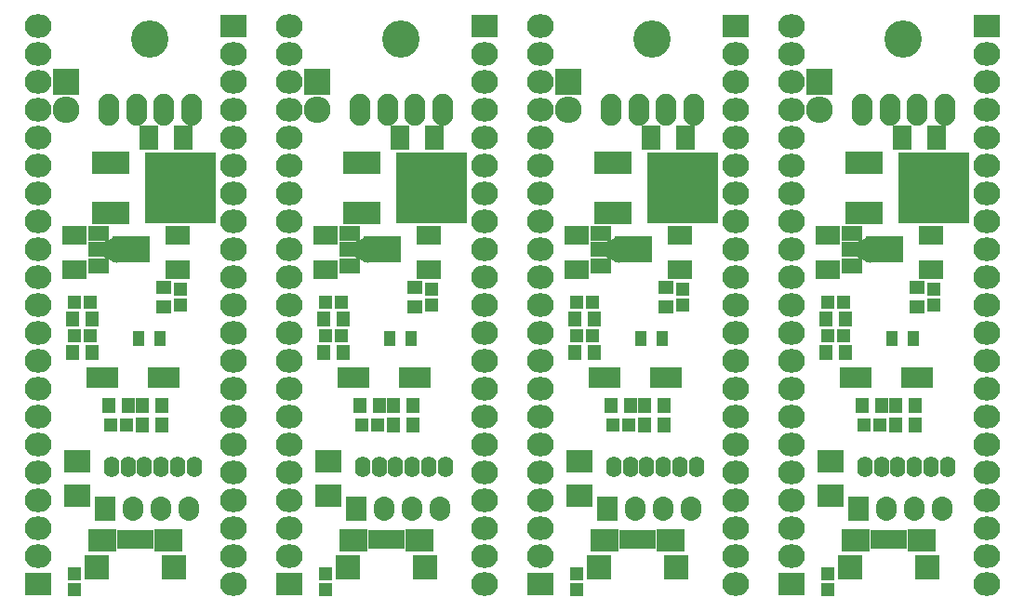
<source format=gbr>
G04 #@! TF.FileFunction,Soldermask,Top*
%FSLAX46Y46*%
G04 Gerber Fmt 4.6, Leading zero omitted, Abs format (unit mm)*
G04 Created by KiCad (PCBNEW 4.0.7) date 03/03/18 19:12:10*
%MOMM*%
%LPD*%
G01*
G04 APERTURE LIST*
%ADD10C,0.100000*%
%ADD11R,2.432000X2.127200*%
%ADD12O,2.432000X2.127200*%
%ADD13O,1.900000X2.900000*%
%ADD14C,3.400000*%
%ADD15R,1.200000X1.400000*%
%ADD16R,1.400000X1.200000*%
%ADD17O,1.400000X1.924000*%
%ADD18R,2.432000X2.432000*%
%ADD19O,2.432000X2.432000*%
%ADD20R,1.197560X1.197560*%
%ADD21R,1.901140X1.400760*%
%ADD22R,3.399740X2.398980*%
%ADD23R,3.448000X2.051000*%
%ADD24R,6.496000X6.496000*%
%ADD25R,1.800000X2.200000*%
%ADD26R,2.200000X1.800000*%
%ADD27R,1.000000X1.400000*%
%ADD28R,3.000000X1.900000*%
%ADD29R,2.429460X2.051000*%
%ADD30R,0.800000X1.750000*%
%ADD31R,2.500000X2.000000*%
%ADD32R,2.300000X2.300000*%
%ADD33R,1.900000X2.200000*%
%ADD34O,1.900000X2.200000*%
G04 APERTURE END LIST*
D10*
D11*
X22860000Y-71120000D03*
D12*
X22860000Y-68580000D03*
X22860000Y-66040000D03*
X22860000Y-63500000D03*
X22860000Y-60960000D03*
X22860000Y-58420000D03*
X22860000Y-55880000D03*
X22860000Y-53340000D03*
X22860000Y-50800000D03*
X22860000Y-48260000D03*
X22860000Y-45720000D03*
X22860000Y-43180000D03*
X22860000Y-40640000D03*
X22860000Y-38100000D03*
X22860000Y-35560000D03*
X22860000Y-33020000D03*
X22860000Y-30480000D03*
X22860000Y-27940000D03*
X22860000Y-25400000D03*
X22860000Y-22860000D03*
X22860000Y-20320000D03*
D13*
X36830000Y-27940000D03*
X34330000Y-27940000D03*
X31830000Y-27940000D03*
X29330000Y-27940000D03*
D14*
X33080000Y-21440000D03*
D15*
X31126000Y-54864000D03*
X29326000Y-54864000D03*
X34174000Y-54864000D03*
X32374000Y-54864000D03*
D16*
X34290000Y-45858000D03*
X34290000Y-44058000D03*
D15*
X32374000Y-56642000D03*
X34174000Y-56642000D03*
D17*
X37084000Y-60452000D03*
X35584000Y-60452000D03*
X34084000Y-60452000D03*
X32584000Y-60452000D03*
X31084000Y-60452000D03*
X29584000Y-60452000D03*
D18*
X25400000Y-25400000D03*
D19*
X25400000Y-27940000D03*
D20*
X35814000Y-44208700D03*
X35814000Y-45707300D03*
X29476700Y-56642000D03*
X30975300Y-56642000D03*
D21*
X28374340Y-39138860D03*
X28374340Y-40640000D03*
X28374340Y-42141140D03*
D22*
X31325820Y-40640000D03*
D10*
G36*
X30051350Y-41840760D02*
X28902050Y-41340380D01*
X28902050Y-39939620D01*
X30051350Y-39439240D01*
X30051350Y-41840760D01*
X30051350Y-41840760D01*
G37*
D23*
X29464000Y-32766000D03*
D24*
X35814000Y-35052000D03*
D23*
X29464000Y-37338000D03*
D25*
X32944000Y-30480000D03*
X36144000Y-30480000D03*
D26*
X26162000Y-42494000D03*
X26162000Y-39294000D03*
X35560000Y-42494000D03*
X35560000Y-39294000D03*
D27*
X32020000Y-48768000D03*
X34020000Y-48768000D03*
D28*
X34296000Y-52324000D03*
X28696000Y-52324000D03*
D29*
X26416000Y-63052960D03*
X26416000Y-59883040D03*
D30*
X30449100Y-67017460D03*
X31099100Y-67017460D03*
X31749100Y-67017460D03*
X32399100Y-67017460D03*
X33049100Y-67017460D03*
D31*
X28750000Y-67080000D03*
D32*
X28250000Y-69580000D03*
X35250000Y-69580000D03*
D31*
X34750000Y-67080000D03*
D33*
X28956000Y-64262000D03*
D34*
X31496000Y-64262000D03*
X34036000Y-64262000D03*
X36576000Y-64262000D03*
D11*
X40640000Y-20320000D03*
D12*
X40640000Y-22860000D03*
X40640000Y-25400000D03*
X40640000Y-27940000D03*
X40640000Y-30480000D03*
X40640000Y-33020000D03*
X40640000Y-35560000D03*
X40640000Y-38100000D03*
X40640000Y-40640000D03*
X40640000Y-43180000D03*
X40640000Y-45720000D03*
X40640000Y-48260000D03*
X40640000Y-50800000D03*
X40640000Y-53340000D03*
X40640000Y-55880000D03*
X40640000Y-58420000D03*
X40640000Y-60960000D03*
X40640000Y-63500000D03*
X40640000Y-66040000D03*
X40640000Y-68580000D03*
X40640000Y-71120000D03*
D20*
X26174700Y-45466000D03*
X27673300Y-45466000D03*
X26174700Y-48514000D03*
X27673300Y-48514000D03*
D15*
X27824000Y-46990000D03*
X26024000Y-46990000D03*
X27824000Y-50038000D03*
X26024000Y-50038000D03*
D20*
X26162000Y-71615300D03*
X26162000Y-70116700D03*
D11*
X22860000Y-71120000D03*
D12*
X22860000Y-68580000D03*
X22860000Y-66040000D03*
X22860000Y-63500000D03*
X22860000Y-60960000D03*
X22860000Y-58420000D03*
X22860000Y-55880000D03*
X22860000Y-53340000D03*
X22860000Y-50800000D03*
X22860000Y-48260000D03*
X22860000Y-45720000D03*
X22860000Y-43180000D03*
X22860000Y-40640000D03*
X22860000Y-38100000D03*
X22860000Y-35560000D03*
X22860000Y-33020000D03*
X22860000Y-30480000D03*
X22860000Y-27940000D03*
X22860000Y-25400000D03*
X22860000Y-22860000D03*
X22860000Y-20320000D03*
D13*
X36830000Y-27940000D03*
X34330000Y-27940000D03*
X31830000Y-27940000D03*
X29330000Y-27940000D03*
D14*
X33080000Y-21440000D03*
D15*
X31126000Y-54864000D03*
X29326000Y-54864000D03*
X34174000Y-54864000D03*
X32374000Y-54864000D03*
D16*
X34290000Y-45858000D03*
X34290000Y-44058000D03*
D15*
X32374000Y-56642000D03*
X34174000Y-56642000D03*
D17*
X37084000Y-60452000D03*
X35584000Y-60452000D03*
X34084000Y-60452000D03*
X32584000Y-60452000D03*
X31084000Y-60452000D03*
X29584000Y-60452000D03*
D18*
X25400000Y-25400000D03*
D19*
X25400000Y-27940000D03*
D20*
X35814000Y-44208700D03*
X35814000Y-45707300D03*
X29476700Y-56642000D03*
X30975300Y-56642000D03*
D21*
X28374340Y-39138860D03*
X28374340Y-40640000D03*
X28374340Y-42141140D03*
D22*
X31325820Y-40640000D03*
D10*
G36*
X30051350Y-41840760D02*
X28902050Y-41340380D01*
X28902050Y-39939620D01*
X30051350Y-39439240D01*
X30051350Y-41840760D01*
X30051350Y-41840760D01*
G37*
D23*
X29464000Y-32766000D03*
D24*
X35814000Y-35052000D03*
D23*
X29464000Y-37338000D03*
D25*
X32944000Y-30480000D03*
X36144000Y-30480000D03*
D26*
X26162000Y-42494000D03*
X26162000Y-39294000D03*
X35560000Y-42494000D03*
X35560000Y-39294000D03*
D27*
X32020000Y-48768000D03*
X34020000Y-48768000D03*
D28*
X34296000Y-52324000D03*
X28696000Y-52324000D03*
D29*
X26416000Y-63052960D03*
X26416000Y-59883040D03*
D30*
X30449100Y-67017460D03*
X31099100Y-67017460D03*
X31749100Y-67017460D03*
X32399100Y-67017460D03*
X33049100Y-67017460D03*
D31*
X28750000Y-67080000D03*
D32*
X28250000Y-69580000D03*
X35250000Y-69580000D03*
D31*
X34750000Y-67080000D03*
D33*
X28956000Y-64262000D03*
D34*
X31496000Y-64262000D03*
X34036000Y-64262000D03*
X36576000Y-64262000D03*
D11*
X40640000Y-20320000D03*
D12*
X40640000Y-22860000D03*
X40640000Y-25400000D03*
X40640000Y-27940000D03*
X40640000Y-30480000D03*
X40640000Y-33020000D03*
X40640000Y-35560000D03*
X40640000Y-38100000D03*
X40640000Y-40640000D03*
X40640000Y-43180000D03*
X40640000Y-45720000D03*
X40640000Y-48260000D03*
X40640000Y-50800000D03*
X40640000Y-53340000D03*
X40640000Y-55880000D03*
X40640000Y-58420000D03*
X40640000Y-60960000D03*
X40640000Y-63500000D03*
X40640000Y-66040000D03*
X40640000Y-68580000D03*
X40640000Y-71120000D03*
D20*
X26174700Y-45466000D03*
X27673300Y-45466000D03*
X26174700Y-48514000D03*
X27673300Y-48514000D03*
D15*
X27824000Y-46990000D03*
X26024000Y-46990000D03*
X27824000Y-50038000D03*
X26024000Y-50038000D03*
D20*
X26162000Y-71615300D03*
X26162000Y-70116700D03*
D11*
X45720000Y-71120000D03*
D12*
X45720000Y-68580000D03*
X45720000Y-66040000D03*
X45720000Y-63500000D03*
X45720000Y-60960000D03*
X45720000Y-58420000D03*
X45720000Y-55880000D03*
X45720000Y-53340000D03*
X45720000Y-50800000D03*
X45720000Y-48260000D03*
X45720000Y-45720000D03*
X45720000Y-43180000D03*
X45720000Y-40640000D03*
X45720000Y-38100000D03*
X45720000Y-35560000D03*
X45720000Y-33020000D03*
X45720000Y-30480000D03*
X45720000Y-27940000D03*
X45720000Y-25400000D03*
X45720000Y-22860000D03*
X45720000Y-20320000D03*
D13*
X59690000Y-27940000D03*
X57190000Y-27940000D03*
X54690000Y-27940000D03*
X52190000Y-27940000D03*
D14*
X55940000Y-21440000D03*
D15*
X53986000Y-54864000D03*
X52186000Y-54864000D03*
X57034000Y-54864000D03*
X55234000Y-54864000D03*
D16*
X57150000Y-45858000D03*
X57150000Y-44058000D03*
D15*
X55234000Y-56642000D03*
X57034000Y-56642000D03*
D17*
X59944000Y-60452000D03*
X58444000Y-60452000D03*
X56944000Y-60452000D03*
X55444000Y-60452000D03*
X53944000Y-60452000D03*
X52444000Y-60452000D03*
D18*
X48260000Y-25400000D03*
D19*
X48260000Y-27940000D03*
D20*
X58674000Y-44208700D03*
X58674000Y-45707300D03*
X52336700Y-56642000D03*
X53835300Y-56642000D03*
D21*
X51234340Y-39138860D03*
X51234340Y-40640000D03*
X51234340Y-42141140D03*
D22*
X54185820Y-40640000D03*
D10*
G36*
X52911350Y-41840760D02*
X51762050Y-41340380D01*
X51762050Y-39939620D01*
X52911350Y-39439240D01*
X52911350Y-41840760D01*
X52911350Y-41840760D01*
G37*
D23*
X52324000Y-32766000D03*
D24*
X58674000Y-35052000D03*
D23*
X52324000Y-37338000D03*
D25*
X55804000Y-30480000D03*
X59004000Y-30480000D03*
D26*
X49022000Y-42494000D03*
X49022000Y-39294000D03*
X58420000Y-42494000D03*
X58420000Y-39294000D03*
D27*
X54880000Y-48768000D03*
X56880000Y-48768000D03*
D28*
X57156000Y-52324000D03*
X51556000Y-52324000D03*
D29*
X49276000Y-63052960D03*
X49276000Y-59883040D03*
D30*
X53309100Y-67017460D03*
X53959100Y-67017460D03*
X54609100Y-67017460D03*
X55259100Y-67017460D03*
X55909100Y-67017460D03*
D31*
X51610000Y-67080000D03*
D32*
X51110000Y-69580000D03*
X58110000Y-69580000D03*
D31*
X57610000Y-67080000D03*
D33*
X51816000Y-64262000D03*
D34*
X54356000Y-64262000D03*
X56896000Y-64262000D03*
X59436000Y-64262000D03*
D11*
X63500000Y-20320000D03*
D12*
X63500000Y-22860000D03*
X63500000Y-25400000D03*
X63500000Y-27940000D03*
X63500000Y-30480000D03*
X63500000Y-33020000D03*
X63500000Y-35560000D03*
X63500000Y-38100000D03*
X63500000Y-40640000D03*
X63500000Y-43180000D03*
X63500000Y-45720000D03*
X63500000Y-48260000D03*
X63500000Y-50800000D03*
X63500000Y-53340000D03*
X63500000Y-55880000D03*
X63500000Y-58420000D03*
X63500000Y-60960000D03*
X63500000Y-63500000D03*
X63500000Y-66040000D03*
X63500000Y-68580000D03*
X63500000Y-71120000D03*
D20*
X49034700Y-45466000D03*
X50533300Y-45466000D03*
X49034700Y-48514000D03*
X50533300Y-48514000D03*
D15*
X50684000Y-46990000D03*
X48884000Y-46990000D03*
X50684000Y-50038000D03*
X48884000Y-50038000D03*
D20*
X49022000Y-71615300D03*
X49022000Y-70116700D03*
D11*
X68580000Y-71120000D03*
D12*
X68580000Y-68580000D03*
X68580000Y-66040000D03*
X68580000Y-63500000D03*
X68580000Y-60960000D03*
X68580000Y-58420000D03*
X68580000Y-55880000D03*
X68580000Y-53340000D03*
X68580000Y-50800000D03*
X68580000Y-48260000D03*
X68580000Y-45720000D03*
X68580000Y-43180000D03*
X68580000Y-40640000D03*
X68580000Y-38100000D03*
X68580000Y-35560000D03*
X68580000Y-33020000D03*
X68580000Y-30480000D03*
X68580000Y-27940000D03*
X68580000Y-25400000D03*
X68580000Y-22860000D03*
X68580000Y-20320000D03*
D13*
X82550000Y-27940000D03*
X80050000Y-27940000D03*
X77550000Y-27940000D03*
X75050000Y-27940000D03*
D14*
X78800000Y-21440000D03*
D15*
X76846000Y-54864000D03*
X75046000Y-54864000D03*
X79894000Y-54864000D03*
X78094000Y-54864000D03*
D16*
X80010000Y-45858000D03*
X80010000Y-44058000D03*
D15*
X78094000Y-56642000D03*
X79894000Y-56642000D03*
D17*
X82804000Y-60452000D03*
X81304000Y-60452000D03*
X79804000Y-60452000D03*
X78304000Y-60452000D03*
X76804000Y-60452000D03*
X75304000Y-60452000D03*
D18*
X71120000Y-25400000D03*
D19*
X71120000Y-27940000D03*
D20*
X81534000Y-44208700D03*
X81534000Y-45707300D03*
X75196700Y-56642000D03*
X76695300Y-56642000D03*
D21*
X74094340Y-39138860D03*
X74094340Y-40640000D03*
X74094340Y-42141140D03*
D22*
X77045820Y-40640000D03*
D10*
G36*
X75771350Y-41840760D02*
X74622050Y-41340380D01*
X74622050Y-39939620D01*
X75771350Y-39439240D01*
X75771350Y-41840760D01*
X75771350Y-41840760D01*
G37*
D23*
X75184000Y-32766000D03*
D24*
X81534000Y-35052000D03*
D23*
X75184000Y-37338000D03*
D25*
X78664000Y-30480000D03*
X81864000Y-30480000D03*
D26*
X71882000Y-42494000D03*
X71882000Y-39294000D03*
X81280000Y-42494000D03*
X81280000Y-39294000D03*
D27*
X77740000Y-48768000D03*
X79740000Y-48768000D03*
D28*
X80016000Y-52324000D03*
X74416000Y-52324000D03*
D29*
X72136000Y-63052960D03*
X72136000Y-59883040D03*
D30*
X76169100Y-67017460D03*
X76819100Y-67017460D03*
X77469100Y-67017460D03*
X78119100Y-67017460D03*
X78769100Y-67017460D03*
D31*
X74470000Y-67080000D03*
D32*
X73970000Y-69580000D03*
X80970000Y-69580000D03*
D31*
X80470000Y-67080000D03*
D33*
X74676000Y-64262000D03*
D34*
X77216000Y-64262000D03*
X79756000Y-64262000D03*
X82296000Y-64262000D03*
D11*
X86360000Y-20320000D03*
D12*
X86360000Y-22860000D03*
X86360000Y-25400000D03*
X86360000Y-27940000D03*
X86360000Y-30480000D03*
X86360000Y-33020000D03*
X86360000Y-35560000D03*
X86360000Y-38100000D03*
X86360000Y-40640000D03*
X86360000Y-43180000D03*
X86360000Y-45720000D03*
X86360000Y-48260000D03*
X86360000Y-50800000D03*
X86360000Y-53340000D03*
X86360000Y-55880000D03*
X86360000Y-58420000D03*
X86360000Y-60960000D03*
X86360000Y-63500000D03*
X86360000Y-66040000D03*
X86360000Y-68580000D03*
X86360000Y-71120000D03*
D20*
X71894700Y-45466000D03*
X73393300Y-45466000D03*
X71894700Y-48514000D03*
X73393300Y-48514000D03*
D15*
X73544000Y-46990000D03*
X71744000Y-46990000D03*
X73544000Y-50038000D03*
X71744000Y-50038000D03*
D20*
X71882000Y-71615300D03*
X71882000Y-70116700D03*
D11*
X91440000Y-71120000D03*
D12*
X91440000Y-68580000D03*
X91440000Y-66040000D03*
X91440000Y-63500000D03*
X91440000Y-60960000D03*
X91440000Y-58420000D03*
X91440000Y-55880000D03*
X91440000Y-53340000D03*
X91440000Y-50800000D03*
X91440000Y-48260000D03*
X91440000Y-45720000D03*
X91440000Y-43180000D03*
X91440000Y-40640000D03*
X91440000Y-38100000D03*
X91440000Y-35560000D03*
X91440000Y-33020000D03*
X91440000Y-30480000D03*
X91440000Y-27940000D03*
X91440000Y-25400000D03*
X91440000Y-22860000D03*
X91440000Y-20320000D03*
D13*
X105410000Y-27940000D03*
X102910000Y-27940000D03*
X100410000Y-27940000D03*
X97910000Y-27940000D03*
D14*
X101660000Y-21440000D03*
D15*
X99706000Y-54864000D03*
X97906000Y-54864000D03*
X102754000Y-54864000D03*
X100954000Y-54864000D03*
D16*
X102870000Y-45858000D03*
X102870000Y-44058000D03*
D15*
X100954000Y-56642000D03*
X102754000Y-56642000D03*
D17*
X105664000Y-60452000D03*
X104164000Y-60452000D03*
X102664000Y-60452000D03*
X101164000Y-60452000D03*
X99664000Y-60452000D03*
X98164000Y-60452000D03*
D18*
X93980000Y-25400000D03*
D19*
X93980000Y-27940000D03*
D20*
X104394000Y-44208700D03*
X104394000Y-45707300D03*
X98056700Y-56642000D03*
X99555300Y-56642000D03*
D21*
X96954340Y-39138860D03*
X96954340Y-40640000D03*
X96954340Y-42141140D03*
D22*
X99905820Y-40640000D03*
D10*
G36*
X98631350Y-41840760D02*
X97482050Y-41340380D01*
X97482050Y-39939620D01*
X98631350Y-39439240D01*
X98631350Y-41840760D01*
X98631350Y-41840760D01*
G37*
D23*
X98044000Y-32766000D03*
D24*
X104394000Y-35052000D03*
D23*
X98044000Y-37338000D03*
D25*
X101524000Y-30480000D03*
X104724000Y-30480000D03*
D26*
X94742000Y-42494000D03*
X94742000Y-39294000D03*
X104140000Y-42494000D03*
X104140000Y-39294000D03*
D27*
X100600000Y-48768000D03*
X102600000Y-48768000D03*
D28*
X102876000Y-52324000D03*
X97276000Y-52324000D03*
D29*
X94996000Y-63052960D03*
X94996000Y-59883040D03*
D30*
X99029100Y-67017460D03*
X99679100Y-67017460D03*
X100329100Y-67017460D03*
X100979100Y-67017460D03*
X101629100Y-67017460D03*
D31*
X97330000Y-67080000D03*
D32*
X96830000Y-69580000D03*
X103830000Y-69580000D03*
D31*
X103330000Y-67080000D03*
D33*
X97536000Y-64262000D03*
D34*
X100076000Y-64262000D03*
X102616000Y-64262000D03*
X105156000Y-64262000D03*
D11*
X109220000Y-20320000D03*
D12*
X109220000Y-22860000D03*
X109220000Y-25400000D03*
X109220000Y-27940000D03*
X109220000Y-30480000D03*
X109220000Y-33020000D03*
X109220000Y-35560000D03*
X109220000Y-38100000D03*
X109220000Y-40640000D03*
X109220000Y-43180000D03*
X109220000Y-45720000D03*
X109220000Y-48260000D03*
X109220000Y-50800000D03*
X109220000Y-53340000D03*
X109220000Y-55880000D03*
X109220000Y-58420000D03*
X109220000Y-60960000D03*
X109220000Y-63500000D03*
X109220000Y-66040000D03*
X109220000Y-68580000D03*
X109220000Y-71120000D03*
D20*
X94754700Y-45466000D03*
X96253300Y-45466000D03*
X94754700Y-48514000D03*
X96253300Y-48514000D03*
D15*
X96404000Y-46990000D03*
X94604000Y-46990000D03*
X96404000Y-50038000D03*
X94604000Y-50038000D03*
D20*
X94742000Y-71615300D03*
X94742000Y-70116700D03*
M02*

</source>
